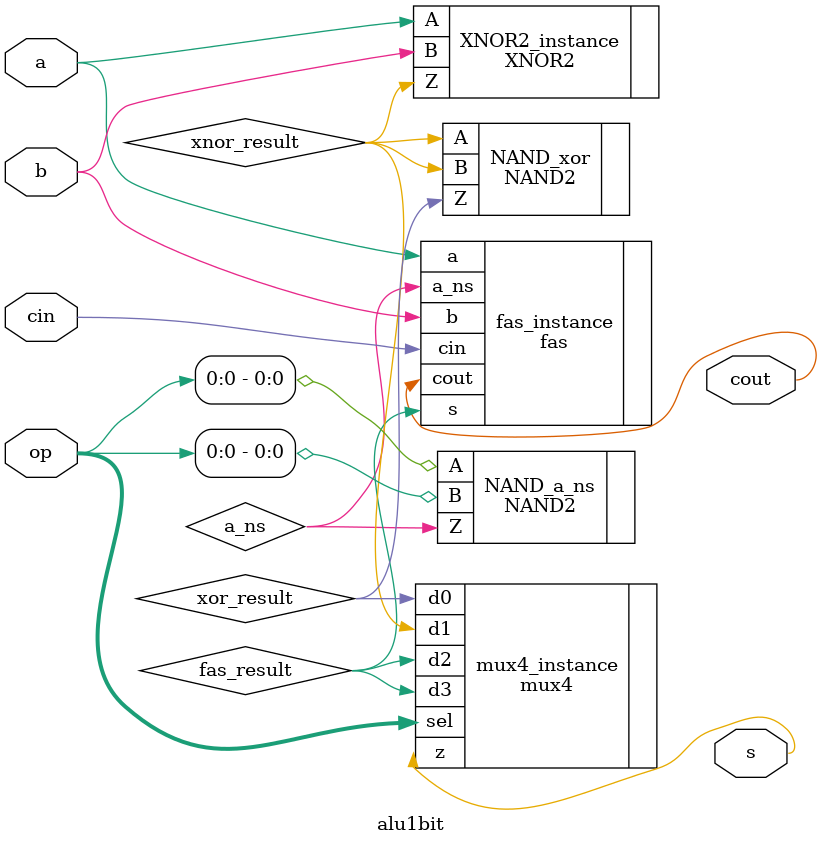
<source format=sv>
module alu1bit (
    input logic a,           // Input bit a
    input logic b,           // Input bit b
    input logic cin,         // Carry in
    input logic [1:0] op,    // Operation
    output logic s,          // Output S
    output logic cout        // Carry out
);

	parameter nand_tpd = 1;
	parameter or_tpd = 1;
	parameter xnor_tpd = 1;

logic xor_result;
logic xnor_result;
logic fas_result;
logic a_ns;

XNOR2 #(
	.Tpdlh(xnor_tpd),
	.Tpdhl(xnor_tpd)
) XNOR2_instance (
	.A(a),
	.B(b),
	.Z(xnor_result)
);

NAND2 #(
	.Tpdlh(nand_tpd),
	.Tpdhl(nand_tpd)
) NAND_xor (
	.A(xnor_result),
	.B(xnor_result),
	.Z(xor_result)
);

NAND2 #(
	.Tpdlh(nand_tpd),
	.Tpdhl(nand_tpd)
) NAND_a_ns (
	.A(op[0]),
	.B(op[0]),
	.Z(a_ns)
);

fas #(
	.nand_tpd(nand_tpd),
	.or_tpd(or_tpd),
	.xnor_tpd(xnor_tpd)
) fas_instance (
	.a(a),
	.b(b),
	.cin(cin),
	.a_ns(a_ns),
	.s(fas_result),
	.cout(cout)
);

mux4 #(
	.nand_tpd(nand_tpd)
) mux4_instance (
	.d0(xor_result),
	.d1(xnor_result),
	.d2(fas_result),
	.d3(fas_result),
	.sel(op),
	.z(s)
);

endmodule

</source>
